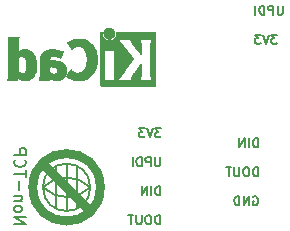
<source format=gbr>
%TF.GenerationSoftware,KiCad,Pcbnew,8.0.1*%
%TF.CreationDate,2024-05-12T19:39:20+02:00*%
%TF.ProjectId,lsx-1,6c73782d-312e-46b6-9963-61645f706362,1.0*%
%TF.SameCoordinates,Original*%
%TF.FileFunction,Legend,Bot*%
%TF.FilePolarity,Positive*%
%FSLAX46Y46*%
G04 Gerber Fmt 4.6, Leading zero omitted, Abs format (unit mm)*
G04 Created by KiCad (PCBNEW 8.0.1) date 2024-05-12 19:39:20*
%MOMM*%
%LPD*%
G01*
G04 APERTURE LIST*
%ADD10C,0.127000*%
%ADD11C,0.150000*%
%ADD12C,0.010000*%
%ADD13C,0.750000*%
G04 APERTURE END LIST*
D10*
X89571190Y-63176879D02*
X89099476Y-63176879D01*
X89099476Y-63176879D02*
X89353476Y-63467165D01*
X89353476Y-63467165D02*
X89244619Y-63467165D01*
X89244619Y-63467165D02*
X89172048Y-63503451D01*
X89172048Y-63503451D02*
X89135762Y-63539736D01*
X89135762Y-63539736D02*
X89099476Y-63612308D01*
X89099476Y-63612308D02*
X89099476Y-63793736D01*
X89099476Y-63793736D02*
X89135762Y-63866308D01*
X89135762Y-63866308D02*
X89172048Y-63902594D01*
X89172048Y-63902594D02*
X89244619Y-63938879D01*
X89244619Y-63938879D02*
X89462333Y-63938879D01*
X89462333Y-63938879D02*
X89534905Y-63902594D01*
X89534905Y-63902594D02*
X89571190Y-63866308D01*
X88881762Y-63176879D02*
X88627762Y-63938879D01*
X88627762Y-63938879D02*
X88373762Y-63176879D01*
X88192333Y-63176879D02*
X87720619Y-63176879D01*
X87720619Y-63176879D02*
X87974619Y-63467165D01*
X87974619Y-63467165D02*
X87865762Y-63467165D01*
X87865762Y-63467165D02*
X87793191Y-63503451D01*
X87793191Y-63503451D02*
X87756905Y-63539736D01*
X87756905Y-63539736D02*
X87720619Y-63612308D01*
X87720619Y-63612308D02*
X87720619Y-63793736D01*
X87720619Y-63793736D02*
X87756905Y-63866308D01*
X87756905Y-63866308D02*
X87793191Y-63902594D01*
X87793191Y-63902594D02*
X87865762Y-63938879D01*
X87865762Y-63938879D02*
X88083476Y-63938879D01*
X88083476Y-63938879D02*
X88156048Y-63902594D01*
X88156048Y-63902594D02*
X88192333Y-63866308D01*
X89498619Y-65630433D02*
X89498619Y-66247290D01*
X89498619Y-66247290D02*
X89462333Y-66319862D01*
X89462333Y-66319862D02*
X89426048Y-66356148D01*
X89426048Y-66356148D02*
X89353476Y-66392433D01*
X89353476Y-66392433D02*
X89208333Y-66392433D01*
X89208333Y-66392433D02*
X89135762Y-66356148D01*
X89135762Y-66356148D02*
X89099476Y-66319862D01*
X89099476Y-66319862D02*
X89063190Y-66247290D01*
X89063190Y-66247290D02*
X89063190Y-65630433D01*
X88700333Y-66392433D02*
X88700333Y-65630433D01*
X88700333Y-65630433D02*
X88410047Y-65630433D01*
X88410047Y-65630433D02*
X88337476Y-65666719D01*
X88337476Y-65666719D02*
X88301190Y-65703005D01*
X88301190Y-65703005D02*
X88264904Y-65775576D01*
X88264904Y-65775576D02*
X88264904Y-65884433D01*
X88264904Y-65884433D02*
X88301190Y-65957005D01*
X88301190Y-65957005D02*
X88337476Y-65993290D01*
X88337476Y-65993290D02*
X88410047Y-66029576D01*
X88410047Y-66029576D02*
X88700333Y-66029576D01*
X87938333Y-66392433D02*
X87938333Y-65630433D01*
X87938333Y-65630433D02*
X87756904Y-65630433D01*
X87756904Y-65630433D02*
X87648047Y-65666719D01*
X87648047Y-65666719D02*
X87575476Y-65739290D01*
X87575476Y-65739290D02*
X87539190Y-65811862D01*
X87539190Y-65811862D02*
X87502904Y-65957005D01*
X87502904Y-65957005D02*
X87502904Y-66065862D01*
X87502904Y-66065862D02*
X87539190Y-66211005D01*
X87539190Y-66211005D02*
X87575476Y-66283576D01*
X87575476Y-66283576D02*
X87648047Y-66356148D01*
X87648047Y-66356148D02*
X87756904Y-66392433D01*
X87756904Y-66392433D02*
X87938333Y-66392433D01*
X87176333Y-66392433D02*
X87176333Y-65630433D01*
X89498619Y-68845987D02*
X89498619Y-68083987D01*
X89498619Y-68083987D02*
X89317190Y-68083987D01*
X89317190Y-68083987D02*
X89208333Y-68120273D01*
X89208333Y-68120273D02*
X89135762Y-68192844D01*
X89135762Y-68192844D02*
X89099476Y-68265416D01*
X89099476Y-68265416D02*
X89063190Y-68410559D01*
X89063190Y-68410559D02*
X89063190Y-68519416D01*
X89063190Y-68519416D02*
X89099476Y-68664559D01*
X89099476Y-68664559D02*
X89135762Y-68737130D01*
X89135762Y-68737130D02*
X89208333Y-68809702D01*
X89208333Y-68809702D02*
X89317190Y-68845987D01*
X89317190Y-68845987D02*
X89498619Y-68845987D01*
X88736619Y-68845987D02*
X88736619Y-68083987D01*
X88373762Y-68845987D02*
X88373762Y-68083987D01*
X88373762Y-68083987D02*
X87938333Y-68845987D01*
X87938333Y-68845987D02*
X87938333Y-68083987D01*
X89498619Y-71299541D02*
X89498619Y-70537541D01*
X89498619Y-70537541D02*
X89317190Y-70537541D01*
X89317190Y-70537541D02*
X89208333Y-70573827D01*
X89208333Y-70573827D02*
X89135762Y-70646398D01*
X89135762Y-70646398D02*
X89099476Y-70718970D01*
X89099476Y-70718970D02*
X89063190Y-70864113D01*
X89063190Y-70864113D02*
X89063190Y-70972970D01*
X89063190Y-70972970D02*
X89099476Y-71118113D01*
X89099476Y-71118113D02*
X89135762Y-71190684D01*
X89135762Y-71190684D02*
X89208333Y-71263256D01*
X89208333Y-71263256D02*
X89317190Y-71299541D01*
X89317190Y-71299541D02*
X89498619Y-71299541D01*
X88591476Y-70537541D02*
X88446333Y-70537541D01*
X88446333Y-70537541D02*
X88373762Y-70573827D01*
X88373762Y-70573827D02*
X88301190Y-70646398D01*
X88301190Y-70646398D02*
X88264905Y-70791541D01*
X88264905Y-70791541D02*
X88264905Y-71045541D01*
X88264905Y-71045541D02*
X88301190Y-71190684D01*
X88301190Y-71190684D02*
X88373762Y-71263256D01*
X88373762Y-71263256D02*
X88446333Y-71299541D01*
X88446333Y-71299541D02*
X88591476Y-71299541D01*
X88591476Y-71299541D02*
X88664048Y-71263256D01*
X88664048Y-71263256D02*
X88736619Y-71190684D01*
X88736619Y-71190684D02*
X88772905Y-71045541D01*
X88772905Y-71045541D02*
X88772905Y-70791541D01*
X88772905Y-70791541D02*
X88736619Y-70646398D01*
X88736619Y-70646398D02*
X88664048Y-70573827D01*
X88664048Y-70573827D02*
X88591476Y-70537541D01*
X87938333Y-70537541D02*
X87938333Y-71154398D01*
X87938333Y-71154398D02*
X87902047Y-71226970D01*
X87902047Y-71226970D02*
X87865762Y-71263256D01*
X87865762Y-71263256D02*
X87793190Y-71299541D01*
X87793190Y-71299541D02*
X87648047Y-71299541D01*
X87648047Y-71299541D02*
X87575476Y-71263256D01*
X87575476Y-71263256D02*
X87539190Y-71226970D01*
X87539190Y-71226970D02*
X87502904Y-71154398D01*
X87502904Y-71154398D02*
X87502904Y-70537541D01*
X87248904Y-70537541D02*
X86813476Y-70537541D01*
X87031190Y-71299541D02*
X87031190Y-70537541D01*
X99894666Y-52793187D02*
X99894666Y-53410044D01*
X99894666Y-53410044D02*
X99858380Y-53482616D01*
X99858380Y-53482616D02*
X99822095Y-53518902D01*
X99822095Y-53518902D02*
X99749523Y-53555187D01*
X99749523Y-53555187D02*
X99604380Y-53555187D01*
X99604380Y-53555187D02*
X99531809Y-53518902D01*
X99531809Y-53518902D02*
X99495523Y-53482616D01*
X99495523Y-53482616D02*
X99459237Y-53410044D01*
X99459237Y-53410044D02*
X99459237Y-52793187D01*
X99096380Y-53555187D02*
X99096380Y-52793187D01*
X99096380Y-52793187D02*
X98806094Y-52793187D01*
X98806094Y-52793187D02*
X98733523Y-52829473D01*
X98733523Y-52829473D02*
X98697237Y-52865759D01*
X98697237Y-52865759D02*
X98660951Y-52938330D01*
X98660951Y-52938330D02*
X98660951Y-53047187D01*
X98660951Y-53047187D02*
X98697237Y-53119759D01*
X98697237Y-53119759D02*
X98733523Y-53156044D01*
X98733523Y-53156044D02*
X98806094Y-53192330D01*
X98806094Y-53192330D02*
X99096380Y-53192330D01*
X98334380Y-53555187D02*
X98334380Y-52793187D01*
X98334380Y-52793187D02*
X98152951Y-52793187D01*
X98152951Y-52793187D02*
X98044094Y-52829473D01*
X98044094Y-52829473D02*
X97971523Y-52902044D01*
X97971523Y-52902044D02*
X97935237Y-52974616D01*
X97935237Y-52974616D02*
X97898951Y-53119759D01*
X97898951Y-53119759D02*
X97898951Y-53228616D01*
X97898951Y-53228616D02*
X97935237Y-53373759D01*
X97935237Y-53373759D02*
X97971523Y-53446330D01*
X97971523Y-53446330D02*
X98044094Y-53518902D01*
X98044094Y-53518902D02*
X98152951Y-53555187D01*
X98152951Y-53555187D02*
X98334380Y-53555187D01*
X97572380Y-53555187D02*
X97572380Y-52793187D01*
X99386665Y-55246741D02*
X98914951Y-55246741D01*
X98914951Y-55246741D02*
X99168951Y-55537027D01*
X99168951Y-55537027D02*
X99060094Y-55537027D01*
X99060094Y-55537027D02*
X98987523Y-55573313D01*
X98987523Y-55573313D02*
X98951237Y-55609598D01*
X98951237Y-55609598D02*
X98914951Y-55682170D01*
X98914951Y-55682170D02*
X98914951Y-55863598D01*
X98914951Y-55863598D02*
X98951237Y-55936170D01*
X98951237Y-55936170D02*
X98987523Y-55972456D01*
X98987523Y-55972456D02*
X99060094Y-56008741D01*
X99060094Y-56008741D02*
X99277808Y-56008741D01*
X99277808Y-56008741D02*
X99350380Y-55972456D01*
X99350380Y-55972456D02*
X99386665Y-55936170D01*
X98697237Y-55246741D02*
X98443237Y-56008741D01*
X98443237Y-56008741D02*
X98189237Y-55246741D01*
X98007808Y-55246741D02*
X97536094Y-55246741D01*
X97536094Y-55246741D02*
X97790094Y-55537027D01*
X97790094Y-55537027D02*
X97681237Y-55537027D01*
X97681237Y-55537027D02*
X97608666Y-55573313D01*
X97608666Y-55573313D02*
X97572380Y-55609598D01*
X97572380Y-55609598D02*
X97536094Y-55682170D01*
X97536094Y-55682170D02*
X97536094Y-55863598D01*
X97536094Y-55863598D02*
X97572380Y-55936170D01*
X97572380Y-55936170D02*
X97608666Y-55972456D01*
X97608666Y-55972456D02*
X97681237Y-56008741D01*
X97681237Y-56008741D02*
X97898951Y-56008741D01*
X97898951Y-56008741D02*
X97971523Y-55972456D01*
X97971523Y-55972456D02*
X98007808Y-55936170D01*
X97779019Y-64792233D02*
X97779019Y-64030233D01*
X97779019Y-64030233D02*
X97597590Y-64030233D01*
X97597590Y-64030233D02*
X97488733Y-64066519D01*
X97488733Y-64066519D02*
X97416162Y-64139090D01*
X97416162Y-64139090D02*
X97379876Y-64211662D01*
X97379876Y-64211662D02*
X97343590Y-64356805D01*
X97343590Y-64356805D02*
X97343590Y-64465662D01*
X97343590Y-64465662D02*
X97379876Y-64610805D01*
X97379876Y-64610805D02*
X97416162Y-64683376D01*
X97416162Y-64683376D02*
X97488733Y-64755948D01*
X97488733Y-64755948D02*
X97597590Y-64792233D01*
X97597590Y-64792233D02*
X97779019Y-64792233D01*
X97017019Y-64792233D02*
X97017019Y-64030233D01*
X96654162Y-64792233D02*
X96654162Y-64030233D01*
X96654162Y-64030233D02*
X96218733Y-64792233D01*
X96218733Y-64792233D02*
X96218733Y-64030233D01*
X97779019Y-67245787D02*
X97779019Y-66483787D01*
X97779019Y-66483787D02*
X97597590Y-66483787D01*
X97597590Y-66483787D02*
X97488733Y-66520073D01*
X97488733Y-66520073D02*
X97416162Y-66592644D01*
X97416162Y-66592644D02*
X97379876Y-66665216D01*
X97379876Y-66665216D02*
X97343590Y-66810359D01*
X97343590Y-66810359D02*
X97343590Y-66919216D01*
X97343590Y-66919216D02*
X97379876Y-67064359D01*
X97379876Y-67064359D02*
X97416162Y-67136930D01*
X97416162Y-67136930D02*
X97488733Y-67209502D01*
X97488733Y-67209502D02*
X97597590Y-67245787D01*
X97597590Y-67245787D02*
X97779019Y-67245787D01*
X96871876Y-66483787D02*
X96726733Y-66483787D01*
X96726733Y-66483787D02*
X96654162Y-66520073D01*
X96654162Y-66520073D02*
X96581590Y-66592644D01*
X96581590Y-66592644D02*
X96545305Y-66737787D01*
X96545305Y-66737787D02*
X96545305Y-66991787D01*
X96545305Y-66991787D02*
X96581590Y-67136930D01*
X96581590Y-67136930D02*
X96654162Y-67209502D01*
X96654162Y-67209502D02*
X96726733Y-67245787D01*
X96726733Y-67245787D02*
X96871876Y-67245787D01*
X96871876Y-67245787D02*
X96944448Y-67209502D01*
X96944448Y-67209502D02*
X97017019Y-67136930D01*
X97017019Y-67136930D02*
X97053305Y-66991787D01*
X97053305Y-66991787D02*
X97053305Y-66737787D01*
X97053305Y-66737787D02*
X97017019Y-66592644D01*
X97017019Y-66592644D02*
X96944448Y-66520073D01*
X96944448Y-66520073D02*
X96871876Y-66483787D01*
X96218733Y-66483787D02*
X96218733Y-67100644D01*
X96218733Y-67100644D02*
X96182447Y-67173216D01*
X96182447Y-67173216D02*
X96146162Y-67209502D01*
X96146162Y-67209502D02*
X96073590Y-67245787D01*
X96073590Y-67245787D02*
X95928447Y-67245787D01*
X95928447Y-67245787D02*
X95855876Y-67209502D01*
X95855876Y-67209502D02*
X95819590Y-67173216D01*
X95819590Y-67173216D02*
X95783304Y-67100644D01*
X95783304Y-67100644D02*
X95783304Y-66483787D01*
X95529304Y-66483787D02*
X95093876Y-66483787D01*
X95311590Y-67245787D02*
X95311590Y-66483787D01*
X97379876Y-68973627D02*
X97452448Y-68937341D01*
X97452448Y-68937341D02*
X97561305Y-68937341D01*
X97561305Y-68937341D02*
X97670162Y-68973627D01*
X97670162Y-68973627D02*
X97742733Y-69046198D01*
X97742733Y-69046198D02*
X97779019Y-69118770D01*
X97779019Y-69118770D02*
X97815305Y-69263913D01*
X97815305Y-69263913D02*
X97815305Y-69372770D01*
X97815305Y-69372770D02*
X97779019Y-69517913D01*
X97779019Y-69517913D02*
X97742733Y-69590484D01*
X97742733Y-69590484D02*
X97670162Y-69663056D01*
X97670162Y-69663056D02*
X97561305Y-69699341D01*
X97561305Y-69699341D02*
X97488733Y-69699341D01*
X97488733Y-69699341D02*
X97379876Y-69663056D01*
X97379876Y-69663056D02*
X97343590Y-69626770D01*
X97343590Y-69626770D02*
X97343590Y-69372770D01*
X97343590Y-69372770D02*
X97488733Y-69372770D01*
X97017019Y-69699341D02*
X97017019Y-68937341D01*
X97017019Y-68937341D02*
X96581590Y-69699341D01*
X96581590Y-69699341D02*
X96581590Y-68937341D01*
X96218733Y-69699341D02*
X96218733Y-68937341D01*
X96218733Y-68937341D02*
X96037304Y-68937341D01*
X96037304Y-68937341D02*
X95928447Y-68973627D01*
X95928447Y-68973627D02*
X95855876Y-69046198D01*
X95855876Y-69046198D02*
X95819590Y-69118770D01*
X95819590Y-69118770D02*
X95783304Y-69263913D01*
X95783304Y-69263913D02*
X95783304Y-69372770D01*
X95783304Y-69372770D02*
X95819590Y-69517913D01*
X95819590Y-69517913D02*
X95855876Y-69590484D01*
X95855876Y-69590484D02*
X95928447Y-69663056D01*
X95928447Y-69663056D02*
X96037304Y-69699341D01*
X96037304Y-69699341D02*
X96218733Y-69699341D01*
D11*
X77142980Y-71265820D02*
X78142980Y-71265820D01*
X78142980Y-71265820D02*
X77142980Y-70694392D01*
X77142980Y-70694392D02*
X78142980Y-70694392D01*
X77142980Y-70075344D02*
X77190600Y-70170582D01*
X77190600Y-70170582D02*
X77238219Y-70218201D01*
X77238219Y-70218201D02*
X77333457Y-70265820D01*
X77333457Y-70265820D02*
X77619171Y-70265820D01*
X77619171Y-70265820D02*
X77714409Y-70218201D01*
X77714409Y-70218201D02*
X77762028Y-70170582D01*
X77762028Y-70170582D02*
X77809647Y-70075344D01*
X77809647Y-70075344D02*
X77809647Y-69932487D01*
X77809647Y-69932487D02*
X77762028Y-69837249D01*
X77762028Y-69837249D02*
X77714409Y-69789630D01*
X77714409Y-69789630D02*
X77619171Y-69742011D01*
X77619171Y-69742011D02*
X77333457Y-69742011D01*
X77333457Y-69742011D02*
X77238219Y-69789630D01*
X77238219Y-69789630D02*
X77190600Y-69837249D01*
X77190600Y-69837249D02*
X77142980Y-69932487D01*
X77142980Y-69932487D02*
X77142980Y-70075344D01*
X77809647Y-69313439D02*
X77142980Y-69313439D01*
X77714409Y-69313439D02*
X77762028Y-69265820D01*
X77762028Y-69265820D02*
X77809647Y-69170582D01*
X77809647Y-69170582D02*
X77809647Y-69027725D01*
X77809647Y-69027725D02*
X77762028Y-68932487D01*
X77762028Y-68932487D02*
X77666790Y-68884868D01*
X77666790Y-68884868D02*
X77142980Y-68884868D01*
X77523933Y-68408677D02*
X77523933Y-67646773D01*
X78142980Y-67313439D02*
X78142980Y-66742011D01*
X77142980Y-67027725D02*
X78142980Y-67027725D01*
X77238219Y-65837249D02*
X77190600Y-65884868D01*
X77190600Y-65884868D02*
X77142980Y-66027725D01*
X77142980Y-66027725D02*
X77142980Y-66122963D01*
X77142980Y-66122963D02*
X77190600Y-66265820D01*
X77190600Y-66265820D02*
X77285838Y-66361058D01*
X77285838Y-66361058D02*
X77381076Y-66408677D01*
X77381076Y-66408677D02*
X77571552Y-66456296D01*
X77571552Y-66456296D02*
X77714409Y-66456296D01*
X77714409Y-66456296D02*
X77904885Y-66408677D01*
X77904885Y-66408677D02*
X78000123Y-66361058D01*
X78000123Y-66361058D02*
X78095361Y-66265820D01*
X78095361Y-66265820D02*
X78142980Y-66122963D01*
X78142980Y-66122963D02*
X78142980Y-66027725D01*
X78142980Y-66027725D02*
X78095361Y-65884868D01*
X78095361Y-65884868D02*
X78047742Y-65837249D01*
X77142980Y-65408677D02*
X78142980Y-65408677D01*
X78142980Y-65408677D02*
X78142980Y-65027725D01*
X78142980Y-65027725D02*
X78095361Y-64932487D01*
X78095361Y-64932487D02*
X78047742Y-64884868D01*
X78047742Y-64884868D02*
X77952504Y-64837249D01*
X77952504Y-64837249D02*
X77809647Y-64837249D01*
X77809647Y-64837249D02*
X77714409Y-64884868D01*
X77714409Y-64884868D02*
X77666790Y-64932487D01*
X77666790Y-64932487D02*
X77619171Y-65027725D01*
X77619171Y-65027725D02*
X77619171Y-65408677D01*
D12*
%TO.C,Lg2*%
X85283962Y-54665451D02*
X85366713Y-54692653D01*
X85441806Y-54738084D01*
X85513698Y-54803902D01*
X85552245Y-54848167D01*
X85591656Y-54906561D01*
X85616846Y-54967186D01*
X85630261Y-55036465D01*
X85634348Y-55120822D01*
X85634069Y-55166907D01*
X85631860Y-55208050D01*
X85626294Y-55240182D01*
X85615986Y-55270722D01*
X85599548Y-55307089D01*
X85585600Y-55334328D01*
X85527065Y-55420029D01*
X85455019Y-55489217D01*
X85371346Y-55540341D01*
X85277931Y-55571850D01*
X85244834Y-55578825D01*
X85204360Y-55585694D01*
X85171399Y-55587519D01*
X85137098Y-55584547D01*
X85092600Y-55577026D01*
X85041334Y-55564602D01*
X84950834Y-55526712D01*
X84871745Y-55472435D01*
X84805928Y-55404370D01*
X84755240Y-55325110D01*
X84721540Y-55237255D01*
X84706686Y-55143395D01*
X84712536Y-55046130D01*
X84738799Y-54949820D01*
X84783818Y-54861094D01*
X84844773Y-54786019D01*
X84919584Y-54726241D01*
X85006167Y-54683409D01*
X85102443Y-54659171D01*
X85206328Y-54655176D01*
X85283962Y-54665451D01*
G36*
X85283962Y-54665451D02*
G01*
X85366713Y-54692653D01*
X85441806Y-54738084D01*
X85513698Y-54803902D01*
X85552245Y-54848167D01*
X85591656Y-54906561D01*
X85616846Y-54967186D01*
X85630261Y-55036465D01*
X85634348Y-55120822D01*
X85634069Y-55166907D01*
X85631860Y-55208050D01*
X85626294Y-55240182D01*
X85615986Y-55270722D01*
X85599548Y-55307089D01*
X85585600Y-55334328D01*
X85527065Y-55420029D01*
X85455019Y-55489217D01*
X85371346Y-55540341D01*
X85277931Y-55571850D01*
X85244834Y-55578825D01*
X85204360Y-55585694D01*
X85171399Y-55587519D01*
X85137098Y-55584547D01*
X85092600Y-55577026D01*
X85041334Y-55564602D01*
X84950834Y-55526712D01*
X84871745Y-55472435D01*
X84805928Y-55404370D01*
X84755240Y-55325110D01*
X84721540Y-55237255D01*
X84706686Y-55143395D01*
X84712536Y-55046130D01*
X84738799Y-54949820D01*
X84783818Y-54861094D01*
X84844773Y-54786019D01*
X84919584Y-54726241D01*
X85006167Y-54683409D01*
X85102443Y-54659171D01*
X85206328Y-54655176D01*
X85283962Y-54665451D01*
G37*
X82818111Y-55594633D02*
X82913667Y-55612123D01*
X83077958Y-55657164D01*
X83231989Y-55720256D01*
X83377909Y-55802515D01*
X83517866Y-55905058D01*
X83654008Y-56028999D01*
X83697873Y-56074261D01*
X83810158Y-56206465D01*
X83903372Y-56344432D01*
X83980119Y-56492350D01*
X84043003Y-56654403D01*
X84046820Y-56665991D01*
X84096907Y-56851992D01*
X84130299Y-57048120D01*
X84146984Y-57250168D01*
X84146951Y-57453925D01*
X84130191Y-57655181D01*
X84096692Y-57849728D01*
X84046444Y-58033356D01*
X84002590Y-58150653D01*
X83924748Y-58313551D01*
X83831228Y-58467466D01*
X83724222Y-58609271D01*
X83605919Y-58735839D01*
X83478511Y-58844041D01*
X83401006Y-58896720D01*
X83274125Y-58966350D01*
X83136643Y-59025068D01*
X82995115Y-59070187D01*
X82856102Y-59099022D01*
X82841997Y-59100706D01*
X82798553Y-59104034D01*
X82741123Y-59106875D01*
X82675522Y-59108973D01*
X82607567Y-59110068D01*
X82480779Y-59107740D01*
X82333073Y-59094736D01*
X82195180Y-59069733D01*
X82061414Y-59031918D01*
X82037962Y-59023489D01*
X81990012Y-59004008D01*
X81933540Y-58979073D01*
X81871779Y-58950322D01*
X81807963Y-58919390D01*
X81745326Y-58887915D01*
X81687103Y-58857534D01*
X81636526Y-58829883D01*
X81596833Y-58806599D01*
X81571254Y-58789319D01*
X81563025Y-58779679D01*
X81564476Y-58776584D01*
X81575650Y-58756679D01*
X81596534Y-58721020D01*
X81625665Y-58672059D01*
X81661581Y-58612246D01*
X81702820Y-58544033D01*
X81747917Y-58469871D01*
X81929185Y-58172608D01*
X81975715Y-58217139D01*
X82067123Y-58295465D01*
X82180734Y-58370039D01*
X82298522Y-58424074D01*
X82418958Y-58456890D01*
X82540517Y-58467810D01*
X82581985Y-58466468D01*
X82699480Y-58448212D01*
X82809489Y-58409217D01*
X82910830Y-58350270D01*
X83002322Y-58272157D01*
X83082780Y-58175664D01*
X83151027Y-58061578D01*
X83167308Y-58027324D01*
X83213382Y-57903840D01*
X83248506Y-57765518D01*
X83272597Y-57616160D01*
X83285573Y-57459572D01*
X83287349Y-57299556D01*
X83277843Y-57139913D01*
X83256972Y-56984450D01*
X83224652Y-56836966D01*
X83180799Y-56701268D01*
X83143382Y-56614676D01*
X83078585Y-56501288D01*
X83003172Y-56407670D01*
X82916818Y-56333559D01*
X82819195Y-56278694D01*
X82709977Y-56242812D01*
X82588839Y-56225651D01*
X82519438Y-56224480D01*
X82396568Y-56238741D01*
X82281064Y-56273841D01*
X82174353Y-56329282D01*
X82077864Y-56404564D01*
X82062121Y-56419040D01*
X82031549Y-56445562D01*
X82009209Y-56462738D01*
X81999091Y-56467387D01*
X81997106Y-56465197D01*
X81982641Y-56446321D01*
X81958800Y-56412997D01*
X81927429Y-56367980D01*
X81890374Y-56314025D01*
X81849483Y-56253885D01*
X81806602Y-56190318D01*
X81763578Y-56126076D01*
X81722257Y-56063915D01*
X81684487Y-56006591D01*
X81652112Y-55956857D01*
X81626983Y-55917468D01*
X81610942Y-55891180D01*
X81605839Y-55880747D01*
X81610450Y-55876541D01*
X81629667Y-55871533D01*
X81639238Y-55868986D01*
X81667208Y-55857849D01*
X81708849Y-55839402D01*
X81760395Y-55815325D01*
X81818090Y-55787299D01*
X81829357Y-55781754D01*
X82007086Y-55702489D01*
X82176890Y-55642985D01*
X82340830Y-55602845D01*
X82500971Y-55581671D01*
X82659377Y-55579066D01*
X82818111Y-55594633D01*
G36*
X82818111Y-55594633D02*
G01*
X82913667Y-55612123D01*
X83077958Y-55657164D01*
X83231989Y-55720256D01*
X83377909Y-55802515D01*
X83517866Y-55905058D01*
X83654008Y-56028999D01*
X83697873Y-56074261D01*
X83810158Y-56206465D01*
X83903372Y-56344432D01*
X83980119Y-56492350D01*
X84043003Y-56654403D01*
X84046820Y-56665991D01*
X84096907Y-56851992D01*
X84130299Y-57048120D01*
X84146984Y-57250168D01*
X84146951Y-57453925D01*
X84130191Y-57655181D01*
X84096692Y-57849728D01*
X84046444Y-58033356D01*
X84002590Y-58150653D01*
X83924748Y-58313551D01*
X83831228Y-58467466D01*
X83724222Y-58609271D01*
X83605919Y-58735839D01*
X83478511Y-58844041D01*
X83401006Y-58896720D01*
X83274125Y-58966350D01*
X83136643Y-59025068D01*
X82995115Y-59070187D01*
X82856102Y-59099022D01*
X82841997Y-59100706D01*
X82798553Y-59104034D01*
X82741123Y-59106875D01*
X82675522Y-59108973D01*
X82607567Y-59110068D01*
X82480779Y-59107740D01*
X82333073Y-59094736D01*
X82195180Y-59069733D01*
X82061414Y-59031918D01*
X82037962Y-59023489D01*
X81990012Y-59004008D01*
X81933540Y-58979073D01*
X81871779Y-58950322D01*
X81807963Y-58919390D01*
X81745326Y-58887915D01*
X81687103Y-58857534D01*
X81636526Y-58829883D01*
X81596833Y-58806599D01*
X81571254Y-58789319D01*
X81563025Y-58779679D01*
X81564476Y-58776584D01*
X81575650Y-58756679D01*
X81596534Y-58721020D01*
X81625665Y-58672059D01*
X81661581Y-58612246D01*
X81702820Y-58544033D01*
X81747917Y-58469871D01*
X81929185Y-58172608D01*
X81975715Y-58217139D01*
X82067123Y-58295465D01*
X82180734Y-58370039D01*
X82298522Y-58424074D01*
X82418958Y-58456890D01*
X82540517Y-58467810D01*
X82581985Y-58466468D01*
X82699480Y-58448212D01*
X82809489Y-58409217D01*
X82910830Y-58350270D01*
X83002322Y-58272157D01*
X83082780Y-58175664D01*
X83151027Y-58061578D01*
X83167308Y-58027324D01*
X83213382Y-57903840D01*
X83248506Y-57765518D01*
X83272597Y-57616160D01*
X83285573Y-57459572D01*
X83287349Y-57299556D01*
X83277843Y-57139913D01*
X83256972Y-56984450D01*
X83224652Y-56836966D01*
X83180799Y-56701268D01*
X83143382Y-56614676D01*
X83078585Y-56501288D01*
X83003172Y-56407670D01*
X82916818Y-56333559D01*
X82819195Y-56278694D01*
X82709977Y-56242812D01*
X82588839Y-56225651D01*
X82519438Y-56224480D01*
X82396568Y-56238741D01*
X82281064Y-56273841D01*
X82174353Y-56329282D01*
X82077864Y-56404564D01*
X82062121Y-56419040D01*
X82031549Y-56445562D01*
X82009209Y-56462738D01*
X81999091Y-56467387D01*
X81997106Y-56465197D01*
X81982641Y-56446321D01*
X81958800Y-56412997D01*
X81927429Y-56367980D01*
X81890374Y-56314025D01*
X81849483Y-56253885D01*
X81806602Y-56190318D01*
X81763578Y-56126076D01*
X81722257Y-56063915D01*
X81684487Y-56006591D01*
X81652112Y-55956857D01*
X81626983Y-55917468D01*
X81610942Y-55891180D01*
X81605839Y-55880747D01*
X81610450Y-55876541D01*
X81629667Y-55871533D01*
X81639238Y-55868986D01*
X81667208Y-55857849D01*
X81708849Y-55839402D01*
X81760395Y-55815325D01*
X81818090Y-55787299D01*
X81829357Y-55781754D01*
X82007086Y-55702489D01*
X82176890Y-55642985D01*
X82340830Y-55602845D01*
X82500971Y-55581671D01*
X82659377Y-55579066D01*
X82818111Y-55594633D01*
G37*
X79015394Y-57875311D02*
X79014668Y-57952758D01*
X79006089Y-58104194D01*
X78987233Y-58240883D01*
X78957237Y-58366876D01*
X78915236Y-58486225D01*
X78860369Y-58602981D01*
X78793567Y-58713779D01*
X78702763Y-58827339D01*
X78599108Y-58922811D01*
X78483287Y-58999674D01*
X78355986Y-59057397D01*
X78217889Y-59095458D01*
X78180193Y-59101266D01*
X78101152Y-59106996D01*
X78013029Y-59107183D01*
X77923636Y-59102139D01*
X77840784Y-59092178D01*
X77772287Y-59077612D01*
X77741435Y-59067964D01*
X77664131Y-59037723D01*
X77587079Y-59000217D01*
X77517600Y-58959214D01*
X77463015Y-58918479D01*
X77440316Y-58899105D01*
X77417601Y-58881262D01*
X77406179Y-58874378D01*
X77404937Y-58876024D01*
X77402128Y-58893805D01*
X77400176Y-58926970D01*
X77399445Y-58970333D01*
X77399445Y-59066289D01*
X76541296Y-59066289D01*
X76575561Y-59005574D01*
X76580755Y-58996468D01*
X76589115Y-58981849D01*
X76596688Y-58967773D01*
X76603512Y-58953140D01*
X76609627Y-58936849D01*
X76615073Y-58917798D01*
X76619887Y-58894886D01*
X76624108Y-58867013D01*
X76627777Y-58833078D01*
X76630931Y-58791979D01*
X76633611Y-58742616D01*
X76635854Y-58683886D01*
X76637699Y-58614690D01*
X76639187Y-58533926D01*
X76640355Y-58440494D01*
X76641078Y-58353321D01*
X77444600Y-58353321D01*
X77515156Y-58399689D01*
X77555817Y-58423391D01*
X77609946Y-58449239D01*
X77659089Y-58467429D01*
X77722565Y-58483151D01*
X77818730Y-58494141D01*
X77903300Y-58485965D01*
X77976619Y-58458405D01*
X78039037Y-58411242D01*
X78090902Y-58344258D01*
X78132560Y-58257233D01*
X78164362Y-58149950D01*
X78166945Y-58137609D01*
X78175400Y-58076372D01*
X78181063Y-57999292D01*
X78183976Y-57911602D01*
X78184183Y-57818534D01*
X78181730Y-57725320D01*
X78176661Y-57637194D01*
X78169019Y-57559388D01*
X78158848Y-57497132D01*
X78157567Y-57491266D01*
X78128526Y-57380721D01*
X78094011Y-57290175D01*
X78052856Y-57217553D01*
X78003899Y-57160781D01*
X77945973Y-57117784D01*
X77914020Y-57102215D01*
X77841184Y-57083322D01*
X77759843Y-57080065D01*
X77674719Y-57091989D01*
X77590533Y-57118640D01*
X77512008Y-57159563D01*
X77444600Y-57203130D01*
X77444600Y-58353321D01*
X76641078Y-58353321D01*
X76641244Y-58333292D01*
X76641891Y-58211221D01*
X76642336Y-58073176D01*
X76642617Y-57918059D01*
X76642775Y-57744768D01*
X76642848Y-57552203D01*
X76642874Y-57339262D01*
X76642893Y-57104845D01*
X76643090Y-55419978D01*
X77548417Y-55419978D01*
X77523985Y-55456667D01*
X77517719Y-55466247D01*
X77491608Y-55512581D01*
X77473869Y-55559702D01*
X77462308Y-55614851D01*
X77454731Y-55685268D01*
X77454239Y-55692250D01*
X77452462Y-55730241D01*
X77450844Y-55784175D01*
X77449399Y-55851303D01*
X77448140Y-55928871D01*
X77447081Y-56014128D01*
X77446229Y-56104324D01*
X77445603Y-56196707D01*
X77445212Y-56288525D01*
X77445070Y-56377027D01*
X77445190Y-56459462D01*
X77445583Y-56533079D01*
X77446263Y-56595126D01*
X77447241Y-56642851D01*
X77448532Y-56673504D01*
X77450147Y-56684333D01*
X77458357Y-56679933D01*
X77480047Y-56664962D01*
X77509414Y-56643048D01*
X77558279Y-56608836D01*
X77646524Y-56562314D01*
X77745316Y-56528646D01*
X77857910Y-56506831D01*
X77987564Y-56495865D01*
X78080070Y-56494819D01*
X78201411Y-56504614D01*
X78311499Y-56528774D01*
X78414789Y-56568385D01*
X78515738Y-56624532D01*
X78560903Y-56655483D01*
X78666311Y-56746715D01*
X78757939Y-56855706D01*
X78835732Y-56982326D01*
X78899641Y-57126445D01*
X78949614Y-57287932D01*
X78985599Y-57466659D01*
X79007543Y-57662495D01*
X79013300Y-57818534D01*
X79015394Y-57875311D01*
G36*
X79015394Y-57875311D02*
G01*
X79014668Y-57952758D01*
X79006089Y-58104194D01*
X78987233Y-58240883D01*
X78957237Y-58366876D01*
X78915236Y-58486225D01*
X78860369Y-58602981D01*
X78793567Y-58713779D01*
X78702763Y-58827339D01*
X78599108Y-58922811D01*
X78483287Y-58999674D01*
X78355986Y-59057397D01*
X78217889Y-59095458D01*
X78180193Y-59101266D01*
X78101152Y-59106996D01*
X78013029Y-59107183D01*
X77923636Y-59102139D01*
X77840784Y-59092178D01*
X77772287Y-59077612D01*
X77741435Y-59067964D01*
X77664131Y-59037723D01*
X77587079Y-59000217D01*
X77517600Y-58959214D01*
X77463015Y-58918479D01*
X77440316Y-58899105D01*
X77417601Y-58881262D01*
X77406179Y-58874378D01*
X77404937Y-58876024D01*
X77402128Y-58893805D01*
X77400176Y-58926970D01*
X77399445Y-58970333D01*
X77399445Y-59066289D01*
X76541296Y-59066289D01*
X76575561Y-59005574D01*
X76580755Y-58996468D01*
X76589115Y-58981849D01*
X76596688Y-58967773D01*
X76603512Y-58953140D01*
X76609627Y-58936849D01*
X76615073Y-58917798D01*
X76619887Y-58894886D01*
X76624108Y-58867013D01*
X76627777Y-58833078D01*
X76630931Y-58791979D01*
X76633611Y-58742616D01*
X76635854Y-58683886D01*
X76637699Y-58614690D01*
X76639187Y-58533926D01*
X76640355Y-58440494D01*
X76641078Y-58353321D01*
X77444600Y-58353321D01*
X77515156Y-58399689D01*
X77555817Y-58423391D01*
X77609946Y-58449239D01*
X77659089Y-58467429D01*
X77722565Y-58483151D01*
X77818730Y-58494141D01*
X77903300Y-58485965D01*
X77976619Y-58458405D01*
X78039037Y-58411242D01*
X78090902Y-58344258D01*
X78132560Y-58257233D01*
X78164362Y-58149950D01*
X78166945Y-58137609D01*
X78175400Y-58076372D01*
X78181063Y-57999292D01*
X78183976Y-57911602D01*
X78184183Y-57818534D01*
X78181730Y-57725320D01*
X78176661Y-57637194D01*
X78169019Y-57559388D01*
X78158848Y-57497132D01*
X78157567Y-57491266D01*
X78128526Y-57380721D01*
X78094011Y-57290175D01*
X78052856Y-57217553D01*
X78003899Y-57160781D01*
X77945973Y-57117784D01*
X77914020Y-57102215D01*
X77841184Y-57083322D01*
X77759843Y-57080065D01*
X77674719Y-57091989D01*
X77590533Y-57118640D01*
X77512008Y-57159563D01*
X77444600Y-57203130D01*
X77444600Y-58353321D01*
X76641078Y-58353321D01*
X76641244Y-58333292D01*
X76641891Y-58211221D01*
X76642336Y-58073176D01*
X76642617Y-57918059D01*
X76642775Y-57744768D01*
X76642848Y-57552203D01*
X76642874Y-57339262D01*
X76642893Y-57104845D01*
X76643090Y-55419978D01*
X77548417Y-55419978D01*
X77523985Y-55456667D01*
X77517719Y-55466247D01*
X77491608Y-55512581D01*
X77473869Y-55559702D01*
X77462308Y-55614851D01*
X77454731Y-55685268D01*
X77454239Y-55692250D01*
X77452462Y-55730241D01*
X77450844Y-55784175D01*
X77449399Y-55851303D01*
X77448140Y-55928871D01*
X77447081Y-56014128D01*
X77446229Y-56104324D01*
X77445603Y-56196707D01*
X77445212Y-56288525D01*
X77445070Y-56377027D01*
X77445190Y-56459462D01*
X77445583Y-56533079D01*
X77446263Y-56595126D01*
X77447241Y-56642851D01*
X77448532Y-56673504D01*
X77450147Y-56684333D01*
X77458357Y-56679933D01*
X77480047Y-56664962D01*
X77509414Y-56643048D01*
X77558279Y-56608836D01*
X77646524Y-56562314D01*
X77745316Y-56528646D01*
X77857910Y-56506831D01*
X77987564Y-56495865D01*
X78080070Y-56494819D01*
X78201411Y-56504614D01*
X78311499Y-56528774D01*
X78414789Y-56568385D01*
X78515738Y-56624532D01*
X78560903Y-56655483D01*
X78666311Y-56746715D01*
X78757939Y-56855706D01*
X78835732Y-56982326D01*
X78899641Y-57126445D01*
X78949614Y-57287932D01*
X78985599Y-57466659D01*
X79007543Y-57662495D01*
X79013300Y-57818534D01*
X79015394Y-57875311D01*
G37*
X81557155Y-58276067D02*
X81556662Y-58309963D01*
X81553032Y-58384803D01*
X81545422Y-58447001D01*
X81533088Y-58503584D01*
X81488713Y-58629676D01*
X81425800Y-58744279D01*
X81345638Y-58845168D01*
X81249139Y-58931524D01*
X81137222Y-59002532D01*
X81010797Y-59057376D01*
X80870778Y-59095238D01*
X80834549Y-59100951D01*
X80755555Y-59106913D01*
X80667241Y-59107246D01*
X80577475Y-59102259D01*
X80494122Y-59092266D01*
X80425051Y-59077578D01*
X80338587Y-59047349D01*
X80228686Y-58992657D01*
X80131356Y-58925143D01*
X80069267Y-58874156D01*
X80066005Y-58970222D01*
X80062743Y-59066289D01*
X79639850Y-59066289D01*
X79628943Y-59066286D01*
X79534456Y-59065980D01*
X79447730Y-59065216D01*
X79371237Y-59064051D01*
X79307443Y-59062542D01*
X79258818Y-59060747D01*
X79227833Y-59058721D01*
X79216956Y-59056522D01*
X79216978Y-59056063D01*
X79224014Y-59040510D01*
X79239834Y-59017672D01*
X79244134Y-59012237D01*
X79255177Y-58998206D01*
X79264711Y-58984786D01*
X79272861Y-58970322D01*
X79279752Y-58953156D01*
X79285511Y-58931634D01*
X79290262Y-58904097D01*
X79294131Y-58868892D01*
X79297244Y-58824360D01*
X79299725Y-58768846D01*
X79301700Y-58700693D01*
X79303294Y-58618245D01*
X79304634Y-58519846D01*
X79305844Y-58403839D01*
X79306296Y-58353062D01*
X80108778Y-58353062D01*
X80153448Y-58409573D01*
X80166185Y-58424812D01*
X80213004Y-58467443D01*
X80273654Y-58503272D01*
X80284297Y-58508450D01*
X80323076Y-58525345D01*
X80358091Y-58535509D01*
X80398122Y-58540925D01*
X80451941Y-58543578D01*
X80470048Y-58543983D01*
X80545411Y-58541140D01*
X80606143Y-58529220D01*
X80657852Y-58506637D01*
X80706146Y-58471811D01*
X80711203Y-58467398D01*
X80759672Y-58411760D01*
X80787859Y-58347933D01*
X80797152Y-58272882D01*
X80789920Y-58201293D01*
X80765195Y-58138245D01*
X80720649Y-58080358D01*
X80665719Y-58033409D01*
X80593294Y-57993561D01*
X80506740Y-57965863D01*
X80404070Y-57949696D01*
X80283294Y-57944442D01*
X80274407Y-57944457D01*
X80219059Y-57945255D01*
X80172136Y-57947088D01*
X80138353Y-57949711D01*
X80122428Y-57952874D01*
X80118343Y-57959341D01*
X80113972Y-57981474D01*
X80111004Y-58020588D01*
X80109314Y-58078539D01*
X80108778Y-58157186D01*
X80108778Y-58353062D01*
X79306296Y-58353062D01*
X79307049Y-58268568D01*
X79308375Y-58112378D01*
X79309628Y-57969612D01*
X79311051Y-57824542D01*
X79312576Y-57698627D01*
X79314333Y-57590036D01*
X79316451Y-57496934D01*
X79319060Y-57417491D01*
X79322290Y-57349873D01*
X79326269Y-57292249D01*
X79331128Y-57242785D01*
X79336997Y-57199650D01*
X79344004Y-57161010D01*
X79352280Y-57125035D01*
X79361954Y-57089889D01*
X79373156Y-57053742D01*
X79386016Y-57014761D01*
X79401490Y-56971691D01*
X79444394Y-56879471D01*
X79498135Y-56799699D01*
X79566975Y-56725565D01*
X79644585Y-56662005D01*
X79749161Y-56600325D01*
X79868644Y-56552802D01*
X80003907Y-56519167D01*
X80155826Y-56499152D01*
X80325272Y-56492489D01*
X80383290Y-56492887D01*
X80448798Y-56494935D01*
X80510093Y-56499304D01*
X80571497Y-56506635D01*
X80637332Y-56517569D01*
X80711920Y-56532747D01*
X80799584Y-56552809D01*
X80904645Y-56578397D01*
X80933205Y-56585420D01*
X81008454Y-56603376D01*
X81078788Y-56619420D01*
X81139966Y-56632628D01*
X81187754Y-56642074D01*
X81217911Y-56646831D01*
X81246183Y-56650510D01*
X81272460Y-56655787D01*
X81282459Y-56660542D01*
X81279352Y-56669381D01*
X81268594Y-56696671D01*
X81251264Y-56739506D01*
X81228526Y-56795025D01*
X81201547Y-56860372D01*
X81171490Y-56932689D01*
X81164893Y-56948479D01*
X81126307Y-57039084D01*
X81095168Y-57108817D01*
X81071317Y-57158005D01*
X81054598Y-57186974D01*
X81044853Y-57196052D01*
X81037166Y-57194005D01*
X81010815Y-57184360D01*
X80972382Y-57168790D01*
X80927222Y-57149416D01*
X80832693Y-57111414D01*
X80695880Y-57070380D01*
X80554688Y-57045212D01*
X80516714Y-57041211D01*
X80413459Y-57039047D01*
X80326352Y-57052222D01*
X80254529Y-57081356D01*
X80197131Y-57127066D01*
X80153296Y-57189972D01*
X80122162Y-57270692D01*
X80102870Y-57369845D01*
X80095450Y-57428824D01*
X80257336Y-57422045D01*
X80383895Y-57420413D01*
X80535351Y-57426794D01*
X80683796Y-57441377D01*
X80819979Y-57463482D01*
X80884646Y-57478421D01*
X81016890Y-57521341D01*
X81139162Y-57577940D01*
X81249085Y-57646617D01*
X81344283Y-57725770D01*
X81422381Y-57813796D01*
X81480999Y-57909094D01*
X81504995Y-57961464D01*
X81530632Y-58032190D01*
X81546878Y-58103411D01*
X81555222Y-58182312D01*
X81557090Y-58272882D01*
X81557155Y-58276067D01*
G36*
X81557155Y-58276067D02*
G01*
X81556662Y-58309963D01*
X81553032Y-58384803D01*
X81545422Y-58447001D01*
X81533088Y-58503584D01*
X81488713Y-58629676D01*
X81425800Y-58744279D01*
X81345638Y-58845168D01*
X81249139Y-58931524D01*
X81137222Y-59002532D01*
X81010797Y-59057376D01*
X80870778Y-59095238D01*
X80834549Y-59100951D01*
X80755555Y-59106913D01*
X80667241Y-59107246D01*
X80577475Y-59102259D01*
X80494122Y-59092266D01*
X80425051Y-59077578D01*
X80338587Y-59047349D01*
X80228686Y-58992657D01*
X80131356Y-58925143D01*
X80069267Y-58874156D01*
X80066005Y-58970222D01*
X80062743Y-59066289D01*
X79639850Y-59066289D01*
X79628943Y-59066286D01*
X79534456Y-59065980D01*
X79447730Y-59065216D01*
X79371237Y-59064051D01*
X79307443Y-59062542D01*
X79258818Y-59060747D01*
X79227833Y-59058721D01*
X79216956Y-59056522D01*
X79216978Y-59056063D01*
X79224014Y-59040510D01*
X79239834Y-59017672D01*
X79244134Y-59012237D01*
X79255177Y-58998206D01*
X79264711Y-58984786D01*
X79272861Y-58970322D01*
X79279752Y-58953156D01*
X79285511Y-58931634D01*
X79290262Y-58904097D01*
X79294131Y-58868892D01*
X79297244Y-58824360D01*
X79299725Y-58768846D01*
X79301700Y-58700693D01*
X79303294Y-58618245D01*
X79304634Y-58519846D01*
X79305844Y-58403839D01*
X79306296Y-58353062D01*
X80108778Y-58353062D01*
X80153448Y-58409573D01*
X80166185Y-58424812D01*
X80213004Y-58467443D01*
X80273654Y-58503272D01*
X80284297Y-58508450D01*
X80323076Y-58525345D01*
X80358091Y-58535509D01*
X80398122Y-58540925D01*
X80451941Y-58543578D01*
X80470048Y-58543983D01*
X80545411Y-58541140D01*
X80606143Y-58529220D01*
X80657852Y-58506637D01*
X80706146Y-58471811D01*
X80711203Y-58467398D01*
X80759672Y-58411760D01*
X80787859Y-58347933D01*
X80797152Y-58272882D01*
X80789920Y-58201293D01*
X80765195Y-58138245D01*
X80720649Y-58080358D01*
X80665719Y-58033409D01*
X80593294Y-57993561D01*
X80506740Y-57965863D01*
X80404070Y-57949696D01*
X80283294Y-57944442D01*
X80274407Y-57944457D01*
X80219059Y-57945255D01*
X80172136Y-57947088D01*
X80138353Y-57949711D01*
X80122428Y-57952874D01*
X80118343Y-57959341D01*
X80113972Y-57981474D01*
X80111004Y-58020588D01*
X80109314Y-58078539D01*
X80108778Y-58157186D01*
X80108778Y-58353062D01*
X79306296Y-58353062D01*
X79307049Y-58268568D01*
X79308375Y-58112378D01*
X79309628Y-57969612D01*
X79311051Y-57824542D01*
X79312576Y-57698627D01*
X79314333Y-57590036D01*
X79316451Y-57496934D01*
X79319060Y-57417491D01*
X79322290Y-57349873D01*
X79326269Y-57292249D01*
X79331128Y-57242785D01*
X79336997Y-57199650D01*
X79344004Y-57161010D01*
X79352280Y-57125035D01*
X79361954Y-57089889D01*
X79373156Y-57053742D01*
X79386016Y-57014761D01*
X79401490Y-56971691D01*
X79444394Y-56879471D01*
X79498135Y-56799699D01*
X79566975Y-56725565D01*
X79644585Y-56662005D01*
X79749161Y-56600325D01*
X79868644Y-56552802D01*
X80003907Y-56519167D01*
X80155826Y-56499152D01*
X80325272Y-56492489D01*
X80383290Y-56492887D01*
X80448798Y-56494935D01*
X80510093Y-56499304D01*
X80571497Y-56506635D01*
X80637332Y-56517569D01*
X80711920Y-56532747D01*
X80799584Y-56552809D01*
X80904645Y-56578397D01*
X80933205Y-56585420D01*
X81008454Y-56603376D01*
X81078788Y-56619420D01*
X81139966Y-56632628D01*
X81187754Y-56642074D01*
X81217911Y-56646831D01*
X81246183Y-56650510D01*
X81272460Y-56655787D01*
X81282459Y-56660542D01*
X81279352Y-56669381D01*
X81268594Y-56696671D01*
X81251264Y-56739506D01*
X81228526Y-56795025D01*
X81201547Y-56860372D01*
X81171490Y-56932689D01*
X81164893Y-56948479D01*
X81126307Y-57039084D01*
X81095168Y-57108817D01*
X81071317Y-57158005D01*
X81054598Y-57186974D01*
X81044853Y-57196052D01*
X81037166Y-57194005D01*
X81010815Y-57184360D01*
X80972382Y-57168790D01*
X80927222Y-57149416D01*
X80832693Y-57111414D01*
X80695880Y-57070380D01*
X80554688Y-57045212D01*
X80516714Y-57041211D01*
X80413459Y-57039047D01*
X80326352Y-57052222D01*
X80254529Y-57081356D01*
X80197131Y-57127066D01*
X80153296Y-57189972D01*
X80122162Y-57270692D01*
X80102870Y-57369845D01*
X80095450Y-57428824D01*
X80257336Y-57422045D01*
X80383895Y-57420413D01*
X80535351Y-57426794D01*
X80683796Y-57441377D01*
X80819979Y-57463482D01*
X80884646Y-57478421D01*
X81016890Y-57521341D01*
X81139162Y-57577940D01*
X81249085Y-57646617D01*
X81344283Y-57725770D01*
X81422381Y-57813796D01*
X81480999Y-57909094D01*
X81504995Y-57961464D01*
X81530632Y-58032190D01*
X81546878Y-58103411D01*
X81555222Y-58182312D01*
X81557090Y-58272882D01*
X81557155Y-58276067D01*
G37*
X89105014Y-55744392D02*
X89105459Y-55875611D01*
X89105762Y-56022816D01*
X89105948Y-56186949D01*
X89106042Y-56368952D01*
X89106071Y-56569765D01*
X89106061Y-56790332D01*
X89106036Y-57031592D01*
X89106022Y-57294488D01*
X89106022Y-57336640D01*
X89106045Y-57597268D01*
X89106085Y-57836396D01*
X89106108Y-58054960D01*
X89106087Y-58253895D01*
X89105993Y-58434135D01*
X89105795Y-58596615D01*
X89105463Y-58742270D01*
X89104969Y-58872034D01*
X89104283Y-58986843D01*
X89103376Y-59087631D01*
X89102217Y-59175330D01*
X89100778Y-59250879D01*
X89099029Y-59315211D01*
X89096940Y-59369261D01*
X89094483Y-59413963D01*
X89091627Y-59450252D01*
X89088344Y-59479063D01*
X89084602Y-59501331D01*
X89080374Y-59517990D01*
X89075629Y-59529975D01*
X89070339Y-59538221D01*
X89064473Y-59543661D01*
X89058002Y-59547234D01*
X89050897Y-59549870D01*
X89043128Y-59552506D01*
X89034666Y-59556077D01*
X89030308Y-59557745D01*
X89021795Y-59559711D01*
X89009094Y-59561512D01*
X88991285Y-59563155D01*
X88967450Y-59564647D01*
X88936666Y-59565997D01*
X88898017Y-59567211D01*
X88850582Y-59568297D01*
X88793443Y-59569261D01*
X88725679Y-59570111D01*
X88646371Y-59570853D01*
X88554599Y-59571497D01*
X88449444Y-59572047D01*
X88329987Y-59572513D01*
X88195308Y-59572900D01*
X88044488Y-59573216D01*
X87876606Y-59573469D01*
X87690745Y-59573666D01*
X87485983Y-59573812D01*
X87261402Y-59573918D01*
X87016082Y-59573989D01*
X86749104Y-59574032D01*
X86710721Y-59574037D01*
X86445322Y-59574080D01*
X86201450Y-59574125D01*
X85978183Y-59574148D01*
X85774596Y-59574124D01*
X85589767Y-59574030D01*
X85422774Y-59573843D01*
X85272690Y-59573539D01*
X85138596Y-59573094D01*
X85019566Y-59572485D01*
X84914679Y-59571689D01*
X84823010Y-59570680D01*
X84743637Y-59569438D01*
X84675637Y-59567935D01*
X84618086Y-59566151D01*
X84570062Y-59564061D01*
X84530640Y-59561642D01*
X84498899Y-59558871D01*
X84473914Y-59555721D01*
X84454764Y-59552171D01*
X84440523Y-59548198D01*
X84430271Y-59543778D01*
X84423082Y-59538886D01*
X84418035Y-59533500D01*
X84414205Y-59527596D01*
X84410671Y-59521149D01*
X84406508Y-59514137D01*
X84405425Y-59512286D01*
X84403213Y-59506780D01*
X84401186Y-59498467D01*
X84399338Y-59486409D01*
X84397661Y-59469663D01*
X84396145Y-59447286D01*
X84394783Y-59418340D01*
X84393567Y-59381880D01*
X84392489Y-59336967D01*
X84391540Y-59282657D01*
X84390712Y-59218010D01*
X84389997Y-59142084D01*
X84389387Y-59053938D01*
X84389342Y-59045092D01*
X84680778Y-59045092D01*
X84684660Y-59046365D01*
X84707920Y-59048391D01*
X84750274Y-59050226D01*
X84809532Y-59051827D01*
X84883507Y-59053149D01*
X84970010Y-59054148D01*
X85066852Y-59054781D01*
X85171845Y-59055000D01*
X85870051Y-59055000D01*
X87024490Y-59055000D01*
X87023856Y-58978800D01*
X87024974Y-58936760D01*
X87030704Y-58900934D01*
X87043290Y-58863372D01*
X87064968Y-58815177D01*
X87068189Y-58808497D01*
X87093588Y-58758959D01*
X87120395Y-58710969D01*
X87143317Y-58674066D01*
X87147885Y-58667434D01*
X87169916Y-58636193D01*
X87202093Y-58591254D01*
X87242857Y-58534747D01*
X87290645Y-58468804D01*
X87343898Y-58395557D01*
X87401055Y-58317136D01*
X87460555Y-58235672D01*
X87520837Y-58153298D01*
X87580339Y-58072144D01*
X87637505Y-57994342D01*
X87690770Y-57922023D01*
X87738574Y-57857318D01*
X87779357Y-57802359D01*
X87811558Y-57759276D01*
X87833616Y-57730202D01*
X87843971Y-57717267D01*
X87848444Y-57712951D01*
X87852636Y-57710912D01*
X87856043Y-57713526D01*
X87858725Y-57722586D01*
X87860741Y-57739885D01*
X87862148Y-57767214D01*
X87863005Y-57806365D01*
X87863370Y-57859133D01*
X87863303Y-57927307D01*
X87862860Y-58012682D01*
X87862102Y-58117049D01*
X87861085Y-58242200D01*
X87860708Y-58286900D01*
X87859570Y-58407995D01*
X87858372Y-58509288D01*
X87857036Y-58592862D01*
X87855477Y-58660804D01*
X87853615Y-58715200D01*
X87851366Y-58758132D01*
X87848648Y-58791689D01*
X87845379Y-58817955D01*
X87841478Y-58839016D01*
X87836861Y-58856958D01*
X87828593Y-58883370D01*
X87804982Y-58945372D01*
X87779085Y-58998173D01*
X87753935Y-59035245D01*
X87752738Y-59036675D01*
X87750568Y-59041024D01*
X87752728Y-59044626D01*
X87761043Y-59047551D01*
X87777339Y-59049869D01*
X87803442Y-59051651D01*
X87841171Y-59052967D01*
X87892356Y-59053885D01*
X87958820Y-59054478D01*
X88042387Y-59054814D01*
X88144883Y-59054965D01*
X88268132Y-59055000D01*
X88799696Y-59055000D01*
X88760923Y-58997383D01*
X88754832Y-58988493D01*
X88744377Y-58973669D01*
X88734979Y-58960022D01*
X88726583Y-58946365D01*
X88719133Y-58931511D01*
X88712573Y-58914270D01*
X88706846Y-58893455D01*
X88701895Y-58867880D01*
X88697666Y-58836355D01*
X88694101Y-58797693D01*
X88691144Y-58750707D01*
X88688740Y-58694208D01*
X88686831Y-58627009D01*
X88685362Y-58547922D01*
X88684277Y-58455760D01*
X88683518Y-58349334D01*
X88683030Y-58227457D01*
X88682758Y-58088941D01*
X88682643Y-57932599D01*
X88682631Y-57757242D01*
X88682665Y-57561682D01*
X88682689Y-57344733D01*
X88682680Y-57222113D01*
X88682643Y-57017047D01*
X88682627Y-56832716D01*
X88682689Y-56667934D01*
X88682884Y-56521516D01*
X88683270Y-56392274D01*
X88683905Y-56279022D01*
X88684844Y-56180575D01*
X88686145Y-56095744D01*
X88687864Y-56023344D01*
X88690059Y-55962189D01*
X88692785Y-55911092D01*
X88696101Y-55868866D01*
X88700062Y-55834327D01*
X88704725Y-55806286D01*
X88710147Y-55783558D01*
X88716386Y-55764956D01*
X88723497Y-55749293D01*
X88731538Y-55735384D01*
X88740566Y-55722041D01*
X88750636Y-55708079D01*
X88761807Y-55692311D01*
X88801597Y-55634468D01*
X87741714Y-55634467D01*
X87779711Y-55697566D01*
X87794393Y-55722605D01*
X87808931Y-55750186D01*
X87821027Y-55778300D01*
X87830932Y-55809151D01*
X87838894Y-55844944D01*
X87845161Y-55887883D01*
X87849982Y-55940175D01*
X87853606Y-56004019D01*
X87856282Y-56081625D01*
X87858257Y-56175194D01*
X87859782Y-56286933D01*
X87861104Y-56419045D01*
X87862013Y-56539034D01*
X87862420Y-56655663D01*
X87862167Y-56751131D01*
X87861257Y-56825156D01*
X87859693Y-56877455D01*
X87857479Y-56907749D01*
X87854620Y-56915756D01*
X87851561Y-56912458D01*
X87833406Y-56891008D01*
X87803675Y-56854489D01*
X87764039Y-56805042D01*
X87716170Y-56744807D01*
X87661743Y-56675928D01*
X87602427Y-56600543D01*
X87539895Y-56520796D01*
X87475821Y-56438828D01*
X87411875Y-56356780D01*
X87349731Y-56276794D01*
X87291061Y-56201011D01*
X87237537Y-56131573D01*
X87190830Y-56070621D01*
X87152614Y-56020296D01*
X87124561Y-55982740D01*
X87108343Y-55960095D01*
X87063035Y-55887813D01*
X87023062Y-55808063D01*
X87001530Y-55739788D01*
X86998227Y-55682444D01*
X87003516Y-55634467D01*
X85871756Y-55634717D01*
X85911267Y-55665321D01*
X85920648Y-55672689D01*
X85983583Y-55727038D01*
X86052397Y-55794859D01*
X86128996Y-55878116D01*
X86215288Y-55978778D01*
X86232453Y-55999447D01*
X86273233Y-56049009D01*
X86322988Y-56109926D01*
X86380355Y-56180498D01*
X86443969Y-56259024D01*
X86512469Y-56343805D01*
X86584490Y-56433137D01*
X86658670Y-56525322D01*
X86673917Y-56544302D01*
X86733646Y-56618660D01*
X86808053Y-56711448D01*
X86880531Y-56801988D01*
X86949714Y-56888578D01*
X87014241Y-56969518D01*
X87072747Y-57043106D01*
X87123870Y-57107644D01*
X87166247Y-57161429D01*
X87198515Y-57202762D01*
X87219310Y-57229942D01*
X87227269Y-57241267D01*
X87225511Y-57245371D01*
X87212630Y-57265934D01*
X87188285Y-57302161D01*
X87153647Y-57352424D01*
X87109886Y-57415092D01*
X87058175Y-57488536D01*
X86999684Y-57571127D01*
X86935584Y-57661236D01*
X86867045Y-57757231D01*
X86795243Y-57857485D01*
X86721344Y-57960368D01*
X86646522Y-58064250D01*
X86571945Y-58167501D01*
X86498787Y-58268492D01*
X86428219Y-58365594D01*
X86361411Y-58457177D01*
X86299535Y-58541611D01*
X86243761Y-58617267D01*
X86195262Y-58682516D01*
X86155207Y-58735728D01*
X86124769Y-58775273D01*
X86104344Y-58800626D01*
X86058298Y-58854895D01*
X86008013Y-58911375D01*
X85961215Y-58961268D01*
X85870051Y-59055000D01*
X85171845Y-59055000D01*
X85240756Y-59054949D01*
X85339007Y-59054691D01*
X85428430Y-59054237D01*
X85506733Y-59053610D01*
X85571623Y-59052835D01*
X85620811Y-59051935D01*
X85652004Y-59050934D01*
X85662911Y-59049857D01*
X85661722Y-59046637D01*
X85651576Y-59029052D01*
X85634440Y-59002758D01*
X85625940Y-58990291D01*
X85616729Y-58976222D01*
X85608633Y-58961952D01*
X85601585Y-58946079D01*
X85595517Y-58927209D01*
X85590361Y-58903941D01*
X85586051Y-58874878D01*
X85582519Y-58838622D01*
X85579697Y-58793770D01*
X85577518Y-58738928D01*
X85575914Y-58672697D01*
X85574818Y-58593677D01*
X85574164Y-58500471D01*
X85573884Y-58391679D01*
X85573909Y-58265903D01*
X85574172Y-58121745D01*
X85574606Y-57957807D01*
X85575145Y-57772689D01*
X85575679Y-57593831D01*
X85576205Y-57434974D01*
X85576750Y-57295916D01*
X85577345Y-57175265D01*
X85578019Y-57071628D01*
X85578803Y-56983611D01*
X85579726Y-56909823D01*
X85580820Y-56848869D01*
X85582112Y-56799357D01*
X85583635Y-56759893D01*
X85585419Y-56729084D01*
X85587492Y-56705538D01*
X85589885Y-56687860D01*
X85592630Y-56674659D01*
X85595756Y-56664540D01*
X85599291Y-56656111D01*
X85603190Y-56647975D01*
X85622837Y-56611144D01*
X85641625Y-56580992D01*
X85642672Y-56579508D01*
X85657002Y-56557260D01*
X85662911Y-56544302D01*
X85661904Y-56543849D01*
X85644705Y-56542403D01*
X85608056Y-56541080D01*
X85554362Y-56539916D01*
X85486031Y-56538947D01*
X85405464Y-56538211D01*
X85315071Y-56537742D01*
X85217254Y-56537578D01*
X84771595Y-56537578D01*
X84768520Y-57714445D01*
X84765445Y-58891312D01*
X84738807Y-58950222D01*
X84726885Y-58974783D01*
X84709646Y-59005034D01*
X84696474Y-59022160D01*
X84688476Y-59030191D01*
X84680778Y-59045092D01*
X84389342Y-59045092D01*
X84388874Y-58952629D01*
X84388450Y-58837217D01*
X84388106Y-58706760D01*
X84387834Y-58560316D01*
X84387627Y-58396944D01*
X84387476Y-58215701D01*
X84387372Y-58015648D01*
X84387308Y-57795841D01*
X84387276Y-57555339D01*
X84387267Y-57293202D01*
X84387267Y-55101631D01*
X84425649Y-55063249D01*
X84452755Y-55039511D01*
X84479653Y-55027711D01*
X84515960Y-55024867D01*
X84567889Y-55024867D01*
X84567889Y-55112806D01*
X84569827Y-55162702D01*
X84588599Y-55273123D01*
X84625617Y-55374587D01*
X84678768Y-55465752D01*
X84745946Y-55545273D01*
X84825038Y-55611805D01*
X84913934Y-55664006D01*
X85010525Y-55700530D01*
X85112700Y-55720035D01*
X85218350Y-55721173D01*
X85325365Y-55702605D01*
X85431632Y-55662984D01*
X85528619Y-55605116D01*
X85613693Y-55530285D01*
X85682415Y-55442215D01*
X85733318Y-55343216D01*
X85764935Y-55235593D01*
X85775799Y-55121654D01*
X85775800Y-55024867D01*
X87396153Y-55024867D01*
X87607297Y-55024880D01*
X87811420Y-55024930D01*
X87995086Y-55025030D01*
X88159391Y-55025192D01*
X88305429Y-55025429D01*
X88434294Y-55025753D01*
X88547083Y-55026175D01*
X88644888Y-55026709D01*
X88728804Y-55027368D01*
X88799928Y-55028161D01*
X88859350Y-55029104D01*
X88908168Y-55030208D01*
X88947477Y-55031484D01*
X88978369Y-55032947D01*
X89001941Y-55034607D01*
X89019286Y-55036478D01*
X89031499Y-55038572D01*
X89039675Y-55040900D01*
X89044908Y-55043476D01*
X89050904Y-55047045D01*
X89057679Y-55050578D01*
X89063878Y-55054088D01*
X89069526Y-55058518D01*
X89074647Y-55064807D01*
X89079269Y-55073901D01*
X89083415Y-55086739D01*
X89087113Y-55104262D01*
X89090387Y-55127413D01*
X89093263Y-55157134D01*
X89095767Y-55194365D01*
X89097924Y-55240049D01*
X89099760Y-55295127D01*
X89101300Y-55360541D01*
X89102570Y-55437233D01*
X89103595Y-55526144D01*
X89104401Y-55628217D01*
X89104434Y-55634468D01*
X89105014Y-55744392D01*
G36*
X89105014Y-55744392D02*
G01*
X89105459Y-55875611D01*
X89105762Y-56022816D01*
X89105948Y-56186949D01*
X89106042Y-56368952D01*
X89106071Y-56569765D01*
X89106061Y-56790332D01*
X89106036Y-57031592D01*
X89106022Y-57294488D01*
X89106022Y-57336640D01*
X89106045Y-57597268D01*
X89106085Y-57836396D01*
X89106108Y-58054960D01*
X89106087Y-58253895D01*
X89105993Y-58434135D01*
X89105795Y-58596615D01*
X89105463Y-58742270D01*
X89104969Y-58872034D01*
X89104283Y-58986843D01*
X89103376Y-59087631D01*
X89102217Y-59175330D01*
X89100778Y-59250879D01*
X89099029Y-59315211D01*
X89096940Y-59369261D01*
X89094483Y-59413963D01*
X89091627Y-59450252D01*
X89088344Y-59479063D01*
X89084602Y-59501331D01*
X89080374Y-59517990D01*
X89075629Y-59529975D01*
X89070339Y-59538221D01*
X89064473Y-59543661D01*
X89058002Y-59547234D01*
X89050897Y-59549870D01*
X89043128Y-59552506D01*
X89034666Y-59556077D01*
X89030308Y-59557745D01*
X89021795Y-59559711D01*
X89009094Y-59561512D01*
X88991285Y-59563155D01*
X88967450Y-59564647D01*
X88936666Y-59565997D01*
X88898017Y-59567211D01*
X88850582Y-59568297D01*
X88793443Y-59569261D01*
X88725679Y-59570111D01*
X88646371Y-59570853D01*
X88554599Y-59571497D01*
X88449444Y-59572047D01*
X88329987Y-59572513D01*
X88195308Y-59572900D01*
X88044488Y-59573216D01*
X87876606Y-59573469D01*
X87690745Y-59573666D01*
X87485983Y-59573812D01*
X87261402Y-59573918D01*
X87016082Y-59573989D01*
X86749104Y-59574032D01*
X86710721Y-59574037D01*
X86445322Y-59574080D01*
X86201450Y-59574125D01*
X85978183Y-59574148D01*
X85774596Y-59574124D01*
X85589767Y-59574030D01*
X85422774Y-59573843D01*
X85272690Y-59573539D01*
X85138596Y-59573094D01*
X85019566Y-59572485D01*
X84914679Y-59571689D01*
X84823010Y-59570680D01*
X84743637Y-59569438D01*
X84675637Y-59567935D01*
X84618086Y-59566151D01*
X84570062Y-59564061D01*
X84530640Y-59561642D01*
X84498899Y-59558871D01*
X84473914Y-59555721D01*
X84454764Y-59552171D01*
X84440523Y-59548198D01*
X84430271Y-59543778D01*
X84423082Y-59538886D01*
X84418035Y-59533500D01*
X84414205Y-59527596D01*
X84410671Y-59521149D01*
X84406508Y-59514137D01*
X84405425Y-59512286D01*
X84403213Y-59506780D01*
X84401186Y-59498467D01*
X84399338Y-59486409D01*
X84397661Y-59469663D01*
X84396145Y-59447286D01*
X84394783Y-59418340D01*
X84393567Y-59381880D01*
X84392489Y-59336967D01*
X84391540Y-59282657D01*
X84390712Y-59218010D01*
X84389997Y-59142084D01*
X84389387Y-59053938D01*
X84389342Y-59045092D01*
X84680778Y-59045092D01*
X84684660Y-59046365D01*
X84707920Y-59048391D01*
X84750274Y-59050226D01*
X84809532Y-59051827D01*
X84883507Y-59053149D01*
X84970010Y-59054148D01*
X85066852Y-59054781D01*
X85171845Y-59055000D01*
X85870051Y-59055000D01*
X87024490Y-59055000D01*
X87023856Y-58978800D01*
X87024974Y-58936760D01*
X87030704Y-58900934D01*
X87043290Y-58863372D01*
X87064968Y-58815177D01*
X87068189Y-58808497D01*
X87093588Y-58758959D01*
X87120395Y-58710969D01*
X87143317Y-58674066D01*
X87147885Y-58667434D01*
X87169916Y-58636193D01*
X87202093Y-58591254D01*
X87242857Y-58534747D01*
X87290645Y-58468804D01*
X87343898Y-58395557D01*
X87401055Y-58317136D01*
X87460555Y-58235672D01*
X87520837Y-58153298D01*
X87580339Y-58072144D01*
X87637505Y-57994342D01*
X87690770Y-57922023D01*
X87738574Y-57857318D01*
X87779357Y-57802359D01*
X87811558Y-57759276D01*
X87833616Y-57730202D01*
X87843971Y-57717267D01*
X87848444Y-57712951D01*
X87852636Y-57710912D01*
X87856043Y-57713526D01*
X87858725Y-57722586D01*
X87860741Y-57739885D01*
X87862148Y-57767214D01*
X87863005Y-57806365D01*
X87863370Y-57859133D01*
X87863303Y-57927307D01*
X87862860Y-58012682D01*
X87862102Y-58117049D01*
X87861085Y-58242200D01*
X87860708Y-58286900D01*
X87859570Y-58407995D01*
X87858372Y-58509288D01*
X87857036Y-58592862D01*
X87855477Y-58660804D01*
X87853615Y-58715200D01*
X87851366Y-58758132D01*
X87848648Y-58791689D01*
X87845379Y-58817955D01*
X87841478Y-58839016D01*
X87836861Y-58856958D01*
X87828593Y-58883370D01*
X87804982Y-58945372D01*
X87779085Y-58998173D01*
X87753935Y-59035245D01*
X87752738Y-59036675D01*
X87750568Y-59041024D01*
X87752728Y-59044626D01*
X87761043Y-59047551D01*
X87777339Y-59049869D01*
X87803442Y-59051651D01*
X87841171Y-59052967D01*
X87892356Y-59053885D01*
X87958820Y-59054478D01*
X88042387Y-59054814D01*
X88144883Y-59054965D01*
X88268132Y-59055000D01*
X88799696Y-59055000D01*
X88760923Y-58997383D01*
X88754832Y-58988493D01*
X88744377Y-58973669D01*
X88734979Y-58960022D01*
X88726583Y-58946365D01*
X88719133Y-58931511D01*
X88712573Y-58914270D01*
X88706846Y-58893455D01*
X88701895Y-58867880D01*
X88697666Y-58836355D01*
X88694101Y-58797693D01*
X88691144Y-58750707D01*
X88688740Y-58694208D01*
X88686831Y-58627009D01*
X88685362Y-58547922D01*
X88684277Y-58455760D01*
X88683518Y-58349334D01*
X88683030Y-58227457D01*
X88682758Y-58088941D01*
X88682643Y-57932599D01*
X88682631Y-57757242D01*
X88682665Y-57561682D01*
X88682689Y-57344733D01*
X88682680Y-57222113D01*
X88682643Y-57017047D01*
X88682627Y-56832716D01*
X88682689Y-56667934D01*
X88682884Y-56521516D01*
X88683270Y-56392274D01*
X88683905Y-56279022D01*
X88684844Y-56180575D01*
X88686145Y-56095744D01*
X88687864Y-56023344D01*
X88690059Y-55962189D01*
X88692785Y-55911092D01*
X88696101Y-55868866D01*
X88700062Y-55834327D01*
X88704725Y-55806286D01*
X88710147Y-55783558D01*
X88716386Y-55764956D01*
X88723497Y-55749293D01*
X88731538Y-55735384D01*
X88740566Y-55722041D01*
X88750636Y-55708079D01*
X88761807Y-55692311D01*
X88801597Y-55634468D01*
X87741714Y-55634467D01*
X87779711Y-55697566D01*
X87794393Y-55722605D01*
X87808931Y-55750186D01*
X87821027Y-55778300D01*
X87830932Y-55809151D01*
X87838894Y-55844944D01*
X87845161Y-55887883D01*
X87849982Y-55940175D01*
X87853606Y-56004019D01*
X87856282Y-56081625D01*
X87858257Y-56175194D01*
X87859782Y-56286933D01*
X87861104Y-56419045D01*
X87862013Y-56539034D01*
X87862420Y-56655663D01*
X87862167Y-56751131D01*
X87861257Y-56825156D01*
X87859693Y-56877455D01*
X87857479Y-56907749D01*
X87854620Y-56915756D01*
X87851561Y-56912458D01*
X87833406Y-56891008D01*
X87803675Y-56854489D01*
X87764039Y-56805042D01*
X87716170Y-56744807D01*
X87661743Y-56675928D01*
X87602427Y-56600543D01*
X87539895Y-56520796D01*
X87475821Y-56438828D01*
X87411875Y-56356780D01*
X87349731Y-56276794D01*
X87291061Y-56201011D01*
X87237537Y-56131573D01*
X87190830Y-56070621D01*
X87152614Y-56020296D01*
X87124561Y-55982740D01*
X87108343Y-55960095D01*
X87063035Y-55887813D01*
X87023062Y-55808063D01*
X87001530Y-55739788D01*
X86998227Y-55682444D01*
X87003516Y-55634467D01*
X85871756Y-55634717D01*
X85911267Y-55665321D01*
X85920648Y-55672689D01*
X85983583Y-55727038D01*
X86052397Y-55794859D01*
X86128996Y-55878116D01*
X86215288Y-55978778D01*
X86232453Y-55999447D01*
X86273233Y-56049009D01*
X86322988Y-56109926D01*
X86380355Y-56180498D01*
X86443969Y-56259024D01*
X86512469Y-56343805D01*
X86584490Y-56433137D01*
X86658670Y-56525322D01*
X86673917Y-56544302D01*
X86733646Y-56618660D01*
X86808053Y-56711448D01*
X86880531Y-56801988D01*
X86949714Y-56888578D01*
X87014241Y-56969518D01*
X87072747Y-57043106D01*
X87123870Y-57107644D01*
X87166247Y-57161429D01*
X87198515Y-57202762D01*
X87219310Y-57229942D01*
X87227269Y-57241267D01*
X87225511Y-57245371D01*
X87212630Y-57265934D01*
X87188285Y-57302161D01*
X87153647Y-57352424D01*
X87109886Y-57415092D01*
X87058175Y-57488536D01*
X86999684Y-57571127D01*
X86935584Y-57661236D01*
X86867045Y-57757231D01*
X86795243Y-57857485D01*
X86721344Y-57960368D01*
X86646522Y-58064250D01*
X86571945Y-58167501D01*
X86498787Y-58268492D01*
X86428219Y-58365594D01*
X86361411Y-58457177D01*
X86299535Y-58541611D01*
X86243761Y-58617267D01*
X86195262Y-58682516D01*
X86155207Y-58735728D01*
X86124769Y-58775273D01*
X86104344Y-58800626D01*
X86058298Y-58854895D01*
X86008013Y-58911375D01*
X85961215Y-58961268D01*
X85870051Y-59055000D01*
X85171845Y-59055000D01*
X85240756Y-59054949D01*
X85339007Y-59054691D01*
X85428430Y-59054237D01*
X85506733Y-59053610D01*
X85571623Y-59052835D01*
X85620811Y-59051935D01*
X85652004Y-59050934D01*
X85662911Y-59049857D01*
X85661722Y-59046637D01*
X85651576Y-59029052D01*
X85634440Y-59002758D01*
X85625940Y-58990291D01*
X85616729Y-58976222D01*
X85608633Y-58961952D01*
X85601585Y-58946079D01*
X85595517Y-58927209D01*
X85590361Y-58903941D01*
X85586051Y-58874878D01*
X85582519Y-58838622D01*
X85579697Y-58793770D01*
X85577518Y-58738928D01*
X85575914Y-58672697D01*
X85574818Y-58593677D01*
X85574164Y-58500471D01*
X85573884Y-58391679D01*
X85573909Y-58265903D01*
X85574172Y-58121745D01*
X85574606Y-57957807D01*
X85575145Y-57772689D01*
X85575679Y-57593831D01*
X85576205Y-57434974D01*
X85576750Y-57295916D01*
X85577345Y-57175265D01*
X85578019Y-57071628D01*
X85578803Y-56983611D01*
X85579726Y-56909823D01*
X85580820Y-56848869D01*
X85582112Y-56799357D01*
X85583635Y-56759893D01*
X85585419Y-56729084D01*
X85587492Y-56705538D01*
X85589885Y-56687860D01*
X85592630Y-56674659D01*
X85595756Y-56664540D01*
X85599291Y-56656111D01*
X85603190Y-56647975D01*
X85622837Y-56611144D01*
X85641625Y-56580992D01*
X85642672Y-56579508D01*
X85657002Y-56557260D01*
X85662911Y-56544302D01*
X85661904Y-56543849D01*
X85644705Y-56542403D01*
X85608056Y-56541080D01*
X85554362Y-56539916D01*
X85486031Y-56538947D01*
X85405464Y-56538211D01*
X85315071Y-56537742D01*
X85217254Y-56537578D01*
X84771595Y-56537578D01*
X84768520Y-57714445D01*
X84765445Y-58891312D01*
X84738807Y-58950222D01*
X84726885Y-58974783D01*
X84709646Y-59005034D01*
X84696474Y-59022160D01*
X84688476Y-59030191D01*
X84680778Y-59045092D01*
X84389342Y-59045092D01*
X84388874Y-58952629D01*
X84388450Y-58837217D01*
X84388106Y-58706760D01*
X84387834Y-58560316D01*
X84387627Y-58396944D01*
X84387476Y-58215701D01*
X84387372Y-58015648D01*
X84387308Y-57795841D01*
X84387276Y-57555339D01*
X84387267Y-57293202D01*
X84387267Y-55101631D01*
X84425649Y-55063249D01*
X84452755Y-55039511D01*
X84479653Y-55027711D01*
X84515960Y-55024867D01*
X84567889Y-55024867D01*
X84567889Y-55112806D01*
X84569827Y-55162702D01*
X84588599Y-55273123D01*
X84625617Y-55374587D01*
X84678768Y-55465752D01*
X84745946Y-55545273D01*
X84825038Y-55611805D01*
X84913934Y-55664006D01*
X85010525Y-55700530D01*
X85112700Y-55720035D01*
X85218350Y-55721173D01*
X85325365Y-55702605D01*
X85431632Y-55662984D01*
X85528619Y-55605116D01*
X85613693Y-55530285D01*
X85682415Y-55442215D01*
X85733318Y-55343216D01*
X85764935Y-55235593D01*
X85775799Y-55121654D01*
X85775800Y-55024867D01*
X87396153Y-55024867D01*
X87607297Y-55024880D01*
X87811420Y-55024930D01*
X87995086Y-55025030D01*
X88159391Y-55025192D01*
X88305429Y-55025429D01*
X88434294Y-55025753D01*
X88547083Y-55026175D01*
X88644888Y-55026709D01*
X88728804Y-55027368D01*
X88799928Y-55028161D01*
X88859350Y-55029104D01*
X88908168Y-55030208D01*
X88947477Y-55031484D01*
X88978369Y-55032947D01*
X89001941Y-55034607D01*
X89019286Y-55036478D01*
X89031499Y-55038572D01*
X89039675Y-55040900D01*
X89044908Y-55043476D01*
X89050904Y-55047045D01*
X89057679Y-55050578D01*
X89063878Y-55054088D01*
X89069526Y-55058518D01*
X89074647Y-55064807D01*
X89079269Y-55073901D01*
X89083415Y-55086739D01*
X89087113Y-55104262D01*
X89090387Y-55127413D01*
X89093263Y-55157134D01*
X89095767Y-55194365D01*
X89097924Y-55240049D01*
X89099760Y-55295127D01*
X89101300Y-55360541D01*
X89102570Y-55437233D01*
X89103595Y-55526144D01*
X89104401Y-55628217D01*
X89104434Y-55634468D01*
X89105014Y-55744392D01*
G37*
D13*
%TO.C,Lg3*%
X79584800Y-66173600D02*
X83584800Y-70173600D01*
D11*
X80695800Y-66395600D02*
X80695800Y-69951600D01*
X81584800Y-66173599D02*
X81584800Y-70173601D01*
X82473800Y-66395600D02*
X82473800Y-69951600D01*
X79584799Y-68173600D02*
G75*
G02*
X83584801Y-68173600I2000001J-1999999D01*
G01*
X83584800Y-68173599D02*
G75*
G02*
X79584800Y-68173599I-2000000J1999999D01*
G01*
D13*
X84443006Y-68173600D02*
G75*
G02*
X78726594Y-68173600I-2858206J0D01*
G01*
X78726594Y-68173600D02*
G75*
G02*
X84443006Y-68173600I2858206J0D01*
G01*
D11*
X83584801Y-68173600D02*
G75*
G02*
X79584799Y-68173600I-2000001J0D01*
G01*
X79584799Y-68173600D02*
G75*
G02*
X83584801Y-68173600I2000001J0D01*
G01*
%TD*%
M02*

</source>
